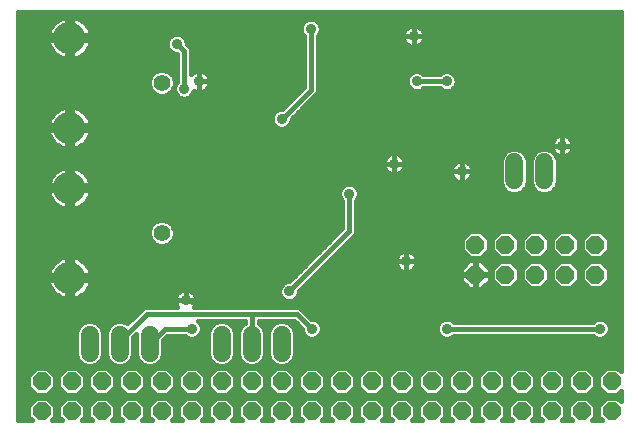
<source format=gbl>
G75*
%MOIN*%
%OFA0B0*%
%FSLAX25Y25*%
%IPPOS*%
%LPD*%
%AMOC8*
5,1,8,0,0,1.08239X$1,22.5*
%
%ADD10OC8,0.06000*%
%ADD11C,0.06000*%
%ADD12C,0.05600*%
%ADD13C,0.10650*%
%ADD14C,0.03600*%
%ADD15C,0.01600*%
D10*
X0051000Y0013500D03*
X0061000Y0013500D03*
X0071000Y0013500D03*
X0081000Y0013500D03*
X0091000Y0013500D03*
X0101000Y0013500D03*
X0111000Y0013500D03*
X0121000Y0013500D03*
X0131000Y0013500D03*
X0141000Y0013500D03*
X0151000Y0013500D03*
X0161000Y0013500D03*
X0171000Y0013500D03*
X0181000Y0013500D03*
X0191000Y0013500D03*
X0201000Y0013500D03*
X0211000Y0013500D03*
X0221000Y0013500D03*
X0231000Y0013500D03*
X0241000Y0013500D03*
X0241000Y0023500D03*
X0231000Y0023500D03*
X0221000Y0023500D03*
X0211000Y0023500D03*
X0201000Y0023500D03*
X0191000Y0023500D03*
X0181000Y0023500D03*
X0171000Y0023500D03*
X0161000Y0023500D03*
X0151000Y0023500D03*
X0141000Y0023500D03*
X0131000Y0023500D03*
X0121000Y0023500D03*
X0111000Y0023500D03*
X0101000Y0023500D03*
X0091000Y0023500D03*
X0081000Y0023500D03*
X0071000Y0023500D03*
X0061000Y0023500D03*
X0051000Y0023500D03*
X0195575Y0059071D03*
X0205575Y0059071D03*
X0215575Y0059071D03*
X0225575Y0059071D03*
X0235575Y0059071D03*
X0235575Y0069071D03*
X0225575Y0069071D03*
X0215575Y0069071D03*
X0205575Y0069071D03*
X0195575Y0069071D03*
D11*
X0208500Y0090500D02*
X0208500Y0096500D01*
X0218500Y0096500D02*
X0218500Y0090500D01*
X0131000Y0039000D02*
X0131000Y0033000D01*
X0121000Y0033000D02*
X0121000Y0039000D01*
X0111000Y0039000D02*
X0111000Y0033000D01*
X0087000Y0033000D02*
X0087000Y0039000D01*
X0077000Y0039000D02*
X0077000Y0033000D01*
X0067000Y0033000D02*
X0067000Y0039000D01*
D12*
X0091000Y0073000D03*
X0091000Y0123000D03*
D13*
X0060291Y0108039D03*
X0060291Y0087961D03*
X0060291Y0058039D03*
X0060291Y0137961D03*
D14*
X0096000Y0136000D03*
X0103500Y0123500D03*
X0098500Y0121000D03*
X0131000Y0111000D03*
X0168500Y0096000D03*
X0153500Y0086000D03*
X0172500Y0063500D03*
X0186000Y0041000D03*
X0141000Y0041000D03*
X0133500Y0053500D03*
X0101000Y0041000D03*
X0099000Y0050500D03*
X0191000Y0093500D03*
X0224500Y0102000D03*
X0186000Y0123500D03*
X0176000Y0123500D03*
X0175000Y0138500D03*
X0140750Y0141000D03*
X0237000Y0041000D03*
D15*
X0043000Y0010500D02*
X0043000Y0146500D01*
X0244000Y0146500D01*
X0244000Y0026864D01*
X0242864Y0028000D01*
X0239136Y0028000D01*
X0236500Y0025364D01*
X0236500Y0021636D01*
X0239136Y0019000D01*
X0242864Y0019000D01*
X0244000Y0020136D01*
X0244000Y0016864D01*
X0242864Y0018000D01*
X0239136Y0018000D01*
X0236500Y0015364D01*
X0236500Y0011636D01*
X0237636Y0010500D01*
X0234364Y0010500D01*
X0235500Y0011636D01*
X0235500Y0015364D01*
X0232864Y0018000D01*
X0229136Y0018000D01*
X0226500Y0015364D01*
X0226500Y0011636D01*
X0227636Y0010500D01*
X0224364Y0010500D01*
X0225500Y0011636D01*
X0225500Y0015364D01*
X0222864Y0018000D01*
X0219136Y0018000D01*
X0216500Y0015364D01*
X0216500Y0011636D01*
X0217636Y0010500D01*
X0214364Y0010500D01*
X0215500Y0011636D01*
X0215500Y0015364D01*
X0212864Y0018000D01*
X0209136Y0018000D01*
X0206500Y0015364D01*
X0206500Y0011636D01*
X0207636Y0010500D01*
X0204364Y0010500D01*
X0205500Y0011636D01*
X0205500Y0015364D01*
X0202864Y0018000D01*
X0199136Y0018000D01*
X0196500Y0015364D01*
X0196500Y0011636D01*
X0197636Y0010500D01*
X0194364Y0010500D01*
X0195500Y0011636D01*
X0195500Y0015364D01*
X0192864Y0018000D01*
X0189136Y0018000D01*
X0186500Y0015364D01*
X0186500Y0011636D01*
X0187636Y0010500D01*
X0184364Y0010500D01*
X0185500Y0011636D01*
X0185500Y0015364D01*
X0182864Y0018000D01*
X0179136Y0018000D01*
X0176500Y0015364D01*
X0176500Y0011636D01*
X0177636Y0010500D01*
X0174364Y0010500D01*
X0175500Y0011636D01*
X0175500Y0015364D01*
X0172864Y0018000D01*
X0169136Y0018000D01*
X0166500Y0015364D01*
X0166500Y0011636D01*
X0167636Y0010500D01*
X0164364Y0010500D01*
X0165500Y0011636D01*
X0165500Y0015364D01*
X0162864Y0018000D01*
X0159136Y0018000D01*
X0156500Y0015364D01*
X0156500Y0011636D01*
X0157636Y0010500D01*
X0154364Y0010500D01*
X0155500Y0011636D01*
X0155500Y0015364D01*
X0152864Y0018000D01*
X0149136Y0018000D01*
X0146500Y0015364D01*
X0146500Y0011636D01*
X0147636Y0010500D01*
X0144364Y0010500D01*
X0145500Y0011636D01*
X0145500Y0015364D01*
X0142864Y0018000D01*
X0139136Y0018000D01*
X0136500Y0015364D01*
X0136500Y0011636D01*
X0137636Y0010500D01*
X0134364Y0010500D01*
X0135500Y0011636D01*
X0135500Y0015364D01*
X0132864Y0018000D01*
X0129136Y0018000D01*
X0126500Y0015364D01*
X0126500Y0011636D01*
X0127636Y0010500D01*
X0124364Y0010500D01*
X0125500Y0011636D01*
X0125500Y0015364D01*
X0122864Y0018000D01*
X0119136Y0018000D01*
X0116500Y0015364D01*
X0116500Y0011636D01*
X0117636Y0010500D01*
X0114364Y0010500D01*
X0115500Y0011636D01*
X0115500Y0015364D01*
X0112864Y0018000D01*
X0109136Y0018000D01*
X0106500Y0015364D01*
X0106500Y0011636D01*
X0107636Y0010500D01*
X0104364Y0010500D01*
X0105500Y0011636D01*
X0105500Y0015364D01*
X0102864Y0018000D01*
X0099136Y0018000D01*
X0096500Y0015364D01*
X0096500Y0011636D01*
X0097636Y0010500D01*
X0094364Y0010500D01*
X0095500Y0011636D01*
X0095500Y0015364D01*
X0092864Y0018000D01*
X0089136Y0018000D01*
X0086500Y0015364D01*
X0086500Y0011636D01*
X0087636Y0010500D01*
X0084364Y0010500D01*
X0085500Y0011636D01*
X0085500Y0015364D01*
X0082864Y0018000D01*
X0079136Y0018000D01*
X0076500Y0015364D01*
X0076500Y0011636D01*
X0077636Y0010500D01*
X0074364Y0010500D01*
X0075500Y0011636D01*
X0075500Y0015364D01*
X0072864Y0018000D01*
X0069136Y0018000D01*
X0066500Y0015364D01*
X0066500Y0011636D01*
X0067636Y0010500D01*
X0064364Y0010500D01*
X0065500Y0011636D01*
X0065500Y0015364D01*
X0062864Y0018000D01*
X0059136Y0018000D01*
X0056500Y0015364D01*
X0056500Y0011636D01*
X0057636Y0010500D01*
X0054364Y0010500D01*
X0055500Y0011636D01*
X0055500Y0015364D01*
X0052864Y0018000D01*
X0049136Y0018000D01*
X0046500Y0015364D01*
X0046500Y0011636D01*
X0047636Y0010500D01*
X0043000Y0010500D01*
X0043000Y0010796D02*
X0047341Y0010796D01*
X0046500Y0012394D02*
X0043000Y0012394D01*
X0043000Y0013993D02*
X0046500Y0013993D01*
X0046727Y0015591D02*
X0043000Y0015591D01*
X0043000Y0017190D02*
X0048326Y0017190D01*
X0049136Y0019000D02*
X0052864Y0019000D01*
X0055500Y0021636D01*
X0055500Y0025364D01*
X0052864Y0028000D01*
X0049136Y0028000D01*
X0046500Y0025364D01*
X0046500Y0021636D01*
X0049136Y0019000D01*
X0047749Y0020387D02*
X0043000Y0020387D01*
X0043000Y0021985D02*
X0046500Y0021985D01*
X0046500Y0023584D02*
X0043000Y0023584D01*
X0043000Y0025182D02*
X0046500Y0025182D01*
X0047917Y0026781D02*
X0043000Y0026781D01*
X0043000Y0028379D02*
X0244000Y0028379D01*
X0244000Y0029978D02*
X0134342Y0029978D01*
X0134815Y0030451D02*
X0135500Y0032105D01*
X0135500Y0039895D01*
X0134815Y0041549D01*
X0133549Y0042815D01*
X0131895Y0043500D01*
X0130105Y0043500D01*
X0128451Y0042815D01*
X0127185Y0041549D01*
X0126500Y0039895D01*
X0126500Y0032105D01*
X0127185Y0030451D01*
X0128451Y0029185D01*
X0130105Y0028500D01*
X0131895Y0028500D01*
X0133549Y0029185D01*
X0134815Y0030451D01*
X0135281Y0031576D02*
X0244000Y0031576D01*
X0244000Y0033175D02*
X0135500Y0033175D01*
X0135500Y0034773D02*
X0244000Y0034773D01*
X0244000Y0036372D02*
X0135500Y0036372D01*
X0135500Y0037970D02*
X0139691Y0037970D01*
X0139131Y0038202D02*
X0140344Y0037700D01*
X0141656Y0037700D01*
X0142869Y0038202D01*
X0143798Y0039131D01*
X0144300Y0040344D01*
X0144300Y0041656D01*
X0143798Y0042869D01*
X0142869Y0043798D01*
X0141656Y0044300D01*
X0140953Y0044300D01*
X0136953Y0048300D01*
X0101860Y0048300D01*
X0102190Y0048795D01*
X0102462Y0049450D01*
X0102600Y0050145D01*
X0102600Y0050500D01*
X0102600Y0050855D01*
X0102462Y0051550D01*
X0102190Y0052205D01*
X0101796Y0052795D01*
X0101295Y0053296D01*
X0100705Y0053690D01*
X0100050Y0053962D01*
X0099355Y0054100D01*
X0099000Y0054100D01*
X0099000Y0050500D01*
X0101000Y0050000D01*
X0102341Y0049160D02*
X0244000Y0049160D01*
X0244000Y0050758D02*
X0135425Y0050758D01*
X0135369Y0050702D02*
X0136298Y0051631D01*
X0136800Y0052844D01*
X0136800Y0053547D01*
X0154453Y0071200D01*
X0155800Y0072547D01*
X0155800Y0083633D01*
X0156298Y0084131D01*
X0156800Y0085344D01*
X0156800Y0086656D01*
X0156298Y0087869D01*
X0155369Y0088798D01*
X0154156Y0089300D01*
X0152844Y0089300D01*
X0151631Y0088798D01*
X0150702Y0087869D01*
X0150200Y0086656D01*
X0150200Y0085344D01*
X0150702Y0084131D01*
X0151200Y0083633D01*
X0151200Y0074453D01*
X0133547Y0056800D01*
X0132844Y0056800D01*
X0131631Y0056298D01*
X0130702Y0055369D01*
X0130200Y0054156D01*
X0130200Y0052844D01*
X0130702Y0051631D01*
X0131631Y0050702D01*
X0132844Y0050200D01*
X0134156Y0050200D01*
X0135369Y0050702D01*
X0136598Y0052357D02*
X0244000Y0052357D01*
X0244000Y0053955D02*
X0137208Y0053955D01*
X0138807Y0055554D02*
X0192304Y0055554D01*
X0193587Y0054271D02*
X0190775Y0057083D01*
X0190775Y0058871D01*
X0195375Y0058871D01*
X0195375Y0059271D01*
X0195375Y0063871D01*
X0193587Y0063871D01*
X0190775Y0061059D01*
X0190775Y0059271D01*
X0195375Y0059271D01*
X0195775Y0059271D01*
X0195775Y0063871D01*
X0197563Y0063871D01*
X0200375Y0061059D01*
X0200375Y0059271D01*
X0195775Y0059271D01*
X0195775Y0058871D01*
X0200375Y0058871D01*
X0200375Y0057083D01*
X0197563Y0054271D01*
X0195775Y0054271D01*
X0195775Y0058871D01*
X0195375Y0058871D01*
X0195375Y0054271D01*
X0193587Y0054271D01*
X0195375Y0055554D02*
X0195775Y0055554D01*
X0195775Y0057152D02*
X0195375Y0057152D01*
X0195375Y0058751D02*
X0195775Y0058751D01*
X0195775Y0060349D02*
X0195375Y0060349D01*
X0195375Y0061948D02*
X0195775Y0061948D01*
X0195775Y0063546D02*
X0195375Y0063546D01*
X0193711Y0064571D02*
X0197439Y0064571D01*
X0200075Y0067207D01*
X0200075Y0070935D01*
X0197439Y0073571D01*
X0193711Y0073571D01*
X0191075Y0070935D01*
X0191075Y0067207D01*
X0193711Y0064571D01*
X0193137Y0065145D02*
X0175715Y0065145D01*
X0175690Y0065205D02*
X0175296Y0065795D01*
X0174795Y0066296D01*
X0174205Y0066690D01*
X0173550Y0066962D01*
X0172855Y0067100D01*
X0172500Y0067100D01*
X0172500Y0063500D01*
X0172000Y0063000D01*
X0172500Y0063500D02*
X0172500Y0063500D01*
X0176100Y0063500D01*
X0176100Y0063855D01*
X0175962Y0064550D01*
X0175690Y0065205D01*
X0176100Y0063546D02*
X0193262Y0063546D01*
X0191664Y0061948D02*
X0175754Y0061948D01*
X0175690Y0061795D02*
X0175962Y0062450D01*
X0176100Y0063145D01*
X0176100Y0063500D01*
X0172500Y0063500D01*
X0172500Y0063500D01*
X0172500Y0063500D01*
X0172500Y0059900D01*
X0172855Y0059900D01*
X0173550Y0060038D01*
X0174205Y0060310D01*
X0174795Y0060704D01*
X0175296Y0061205D01*
X0175690Y0061795D01*
X0174265Y0060349D02*
X0190775Y0060349D01*
X0190775Y0058751D02*
X0142004Y0058751D01*
X0143602Y0060349D02*
X0170735Y0060349D01*
X0170795Y0060310D02*
X0171450Y0060038D01*
X0172145Y0059900D01*
X0172500Y0059900D01*
X0172500Y0063500D01*
X0172500Y0063500D01*
X0168900Y0063500D01*
X0168900Y0063855D01*
X0169038Y0064550D01*
X0169310Y0065205D01*
X0169704Y0065795D01*
X0170205Y0066296D01*
X0170795Y0066690D01*
X0171450Y0066962D01*
X0172145Y0067100D01*
X0172500Y0067100D01*
X0172500Y0063500D01*
X0168900Y0063500D01*
X0168900Y0063145D01*
X0169038Y0062450D01*
X0169310Y0061795D01*
X0169704Y0061205D01*
X0170205Y0060704D01*
X0170795Y0060310D01*
X0172500Y0060349D02*
X0172500Y0060349D01*
X0172500Y0061948D02*
X0172500Y0061948D01*
X0172500Y0063546D02*
X0172500Y0063546D01*
X0172500Y0065145D02*
X0172500Y0065145D01*
X0172500Y0066743D02*
X0172500Y0066743D01*
X0170923Y0066743D02*
X0149996Y0066743D01*
X0148398Y0065145D02*
X0169285Y0065145D01*
X0168900Y0063546D02*
X0146799Y0063546D01*
X0145201Y0061948D02*
X0169246Y0061948D01*
X0174077Y0066743D02*
X0191538Y0066743D01*
X0191075Y0068342D02*
X0151595Y0068342D01*
X0153193Y0069940D02*
X0191075Y0069940D01*
X0191679Y0071539D02*
X0154792Y0071539D01*
X0155800Y0073137D02*
X0193278Y0073137D01*
X0197872Y0073137D02*
X0203278Y0073137D01*
X0203711Y0073571D02*
X0201075Y0070935D01*
X0201075Y0067207D01*
X0203711Y0064571D01*
X0207439Y0064571D01*
X0210075Y0067207D01*
X0210075Y0070935D01*
X0207439Y0073571D01*
X0203711Y0073571D01*
X0201679Y0071539D02*
X0199471Y0071539D01*
X0200075Y0069940D02*
X0201075Y0069940D01*
X0201075Y0068342D02*
X0200075Y0068342D01*
X0199612Y0066743D02*
X0201538Y0066743D01*
X0203137Y0065145D02*
X0198013Y0065145D01*
X0197888Y0063546D02*
X0203687Y0063546D01*
X0203711Y0063571D02*
X0201075Y0060935D01*
X0201075Y0057207D01*
X0203711Y0054571D01*
X0207439Y0054571D01*
X0210075Y0057207D01*
X0210075Y0060935D01*
X0207439Y0063571D01*
X0203711Y0063571D01*
X0202088Y0061948D02*
X0199486Y0061948D01*
X0200375Y0060349D02*
X0201075Y0060349D01*
X0201075Y0058751D02*
X0200375Y0058751D01*
X0200375Y0057152D02*
X0201130Y0057152D01*
X0202728Y0055554D02*
X0198846Y0055554D01*
X0190775Y0057152D02*
X0140405Y0057152D01*
X0137097Y0060349D02*
X0067047Y0060349D01*
X0067053Y0060335D02*
X0066695Y0061197D01*
X0066228Y0062006D01*
X0065660Y0062747D01*
X0064999Y0063408D01*
X0064258Y0063976D01*
X0063449Y0064443D01*
X0062587Y0064801D01*
X0061684Y0065042D01*
X0061091Y0065121D01*
X0061091Y0058839D01*
X0059491Y0058839D01*
X0059491Y0057239D01*
X0053210Y0057239D01*
X0053288Y0056646D01*
X0053530Y0055744D01*
X0053887Y0054881D01*
X0054354Y0054072D01*
X0054923Y0053331D01*
X0055583Y0052671D01*
X0056324Y0052102D01*
X0057133Y0051635D01*
X0057996Y0051278D01*
X0058898Y0051036D01*
X0059491Y0050958D01*
X0059491Y0057239D01*
X0061091Y0057239D01*
X0061091Y0050958D01*
X0061684Y0051036D01*
X0062587Y0051278D01*
X0063449Y0051635D01*
X0064258Y0052102D01*
X0064999Y0052671D01*
X0065660Y0053331D01*
X0066228Y0054072D01*
X0066695Y0054881D01*
X0067053Y0055744D01*
X0067294Y0056646D01*
X0067372Y0057239D01*
X0061091Y0057239D01*
X0061091Y0058839D01*
X0067372Y0058839D01*
X0067294Y0059432D01*
X0067053Y0060335D01*
X0066262Y0061948D02*
X0138695Y0061948D01*
X0140294Y0063546D02*
X0064819Y0063546D01*
X0061091Y0063546D02*
X0059491Y0063546D01*
X0059491Y0065121D02*
X0058898Y0065042D01*
X0057996Y0064801D01*
X0057133Y0064443D01*
X0056324Y0063976D01*
X0055583Y0063408D01*
X0054923Y0062747D01*
X0054354Y0062006D01*
X0053887Y0061197D01*
X0053530Y0060335D01*
X0053288Y0059432D01*
X0053210Y0058839D01*
X0059491Y0058839D01*
X0059491Y0065121D01*
X0059491Y0061948D02*
X0061091Y0061948D01*
X0061091Y0060349D02*
X0059491Y0060349D01*
X0059491Y0058751D02*
X0043000Y0058751D01*
X0043000Y0060349D02*
X0053536Y0060349D01*
X0054321Y0061948D02*
X0043000Y0061948D01*
X0043000Y0063546D02*
X0055764Y0063546D01*
X0061091Y0058751D02*
X0135498Y0058751D01*
X0133900Y0057152D02*
X0067361Y0057152D01*
X0066974Y0055554D02*
X0130887Y0055554D01*
X0130200Y0053955D02*
X0100065Y0053955D01*
X0099000Y0053955D02*
X0099000Y0053955D01*
X0099000Y0054100D02*
X0098645Y0054100D01*
X0097950Y0053962D01*
X0097295Y0053690D01*
X0096705Y0053296D01*
X0096204Y0052795D01*
X0095810Y0052205D01*
X0095538Y0051550D01*
X0095400Y0050855D01*
X0095400Y0050500D01*
X0099000Y0050500D01*
X0099000Y0050500D01*
X0102600Y0050500D01*
X0099000Y0050500D01*
X0099000Y0050500D01*
X0099000Y0050500D01*
X0099000Y0054100D01*
X0097935Y0053955D02*
X0066138Y0053955D01*
X0064590Y0052357D02*
X0095911Y0052357D01*
X0095400Y0050758D02*
X0043000Y0050758D01*
X0043000Y0049160D02*
X0095659Y0049160D01*
X0095538Y0049450D02*
X0095810Y0048795D01*
X0096140Y0048300D01*
X0085047Y0048300D01*
X0083700Y0046953D01*
X0083700Y0046953D01*
X0079556Y0042808D01*
X0079549Y0042815D01*
X0077895Y0043500D01*
X0076105Y0043500D01*
X0074451Y0042815D01*
X0073185Y0041549D01*
X0072500Y0039895D01*
X0072500Y0032105D01*
X0073185Y0030451D01*
X0074451Y0029185D01*
X0076105Y0028500D01*
X0077895Y0028500D01*
X0079549Y0029185D01*
X0080815Y0030451D01*
X0081500Y0032105D01*
X0081500Y0038247D01*
X0082500Y0039247D01*
X0082500Y0032105D01*
X0083185Y0030451D01*
X0084451Y0029185D01*
X0086105Y0028500D01*
X0087895Y0028500D01*
X0089549Y0029185D01*
X0090815Y0030451D01*
X0091500Y0032105D01*
X0091500Y0037247D01*
X0092953Y0038700D01*
X0098633Y0038700D01*
X0099131Y0038202D01*
X0100344Y0037700D01*
X0101656Y0037700D01*
X0102869Y0038202D01*
X0103798Y0039131D01*
X0104300Y0040344D01*
X0104300Y0041656D01*
X0103798Y0042869D01*
X0102967Y0043700D01*
X0118700Y0043700D01*
X0118700Y0042918D01*
X0118451Y0042815D01*
X0117185Y0041549D01*
X0116500Y0039895D01*
X0116500Y0032105D01*
X0117185Y0030451D01*
X0118451Y0029185D01*
X0120105Y0028500D01*
X0121895Y0028500D01*
X0123549Y0029185D01*
X0124815Y0030451D01*
X0125500Y0032105D01*
X0125500Y0039895D01*
X0124815Y0041549D01*
X0123549Y0042815D01*
X0123300Y0042918D01*
X0123300Y0043700D01*
X0135047Y0043700D01*
X0137700Y0041047D01*
X0137700Y0040344D01*
X0138202Y0039131D01*
X0139131Y0038202D01*
X0138021Y0039569D02*
X0135500Y0039569D01*
X0134973Y0041167D02*
X0137580Y0041167D01*
X0135982Y0042766D02*
X0133598Y0042766D01*
X0136000Y0046000D02*
X0141000Y0041000D01*
X0144300Y0041167D02*
X0182700Y0041167D01*
X0182700Y0041656D02*
X0182700Y0040344D01*
X0183202Y0039131D01*
X0184131Y0038202D01*
X0185344Y0037700D01*
X0186656Y0037700D01*
X0187869Y0038202D01*
X0188367Y0038700D01*
X0234633Y0038700D01*
X0235131Y0038202D01*
X0236344Y0037700D01*
X0237656Y0037700D01*
X0238869Y0038202D01*
X0239798Y0039131D01*
X0240300Y0040344D01*
X0240300Y0041656D01*
X0239798Y0042869D01*
X0238869Y0043798D01*
X0237656Y0044300D01*
X0236344Y0044300D01*
X0235131Y0043798D01*
X0234633Y0043300D01*
X0188367Y0043300D01*
X0187869Y0043798D01*
X0186656Y0044300D01*
X0185344Y0044300D01*
X0184131Y0043798D01*
X0183202Y0042869D01*
X0182700Y0041656D01*
X0183160Y0042766D02*
X0143840Y0042766D01*
X0140888Y0044364D02*
X0244000Y0044364D01*
X0244000Y0042766D02*
X0239840Y0042766D01*
X0240300Y0041167D02*
X0244000Y0041167D01*
X0244000Y0039569D02*
X0239979Y0039569D01*
X0238309Y0037970D02*
X0244000Y0037970D01*
X0237000Y0041000D02*
X0186000Y0041000D01*
X0183021Y0039569D02*
X0143979Y0039569D01*
X0142309Y0037970D02*
X0184691Y0037970D01*
X0187309Y0037970D02*
X0235691Y0037970D01*
X0244000Y0045963D02*
X0139290Y0045963D01*
X0137691Y0047561D02*
X0244000Y0047561D01*
X0237439Y0054571D02*
X0233711Y0054571D01*
X0231075Y0057207D01*
X0231075Y0060935D01*
X0233711Y0063571D01*
X0237439Y0063571D01*
X0240075Y0060935D01*
X0240075Y0057207D01*
X0237439Y0054571D01*
X0238422Y0055554D02*
X0244000Y0055554D01*
X0244000Y0057152D02*
X0240020Y0057152D01*
X0240075Y0058751D02*
X0244000Y0058751D01*
X0244000Y0060349D02*
X0240075Y0060349D01*
X0239062Y0061948D02*
X0244000Y0061948D01*
X0244000Y0063546D02*
X0237463Y0063546D01*
X0237439Y0064571D02*
X0240075Y0067207D01*
X0240075Y0070935D01*
X0237439Y0073571D01*
X0233711Y0073571D01*
X0231075Y0070935D01*
X0231075Y0067207D01*
X0233711Y0064571D01*
X0237439Y0064571D01*
X0238013Y0065145D02*
X0244000Y0065145D01*
X0244000Y0066743D02*
X0239612Y0066743D01*
X0240075Y0068342D02*
X0244000Y0068342D01*
X0244000Y0069940D02*
X0240075Y0069940D01*
X0239471Y0071539D02*
X0244000Y0071539D01*
X0244000Y0073137D02*
X0237872Y0073137D01*
X0233278Y0073137D02*
X0227872Y0073137D01*
X0227439Y0073571D02*
X0223711Y0073571D01*
X0221075Y0070935D01*
X0221075Y0067207D01*
X0223711Y0064571D01*
X0227439Y0064571D01*
X0230075Y0067207D01*
X0230075Y0070935D01*
X0227439Y0073571D01*
X0229471Y0071539D02*
X0231679Y0071539D01*
X0231075Y0069940D02*
X0230075Y0069940D01*
X0230075Y0068342D02*
X0231075Y0068342D01*
X0231538Y0066743D02*
X0229612Y0066743D01*
X0228013Y0065145D02*
X0233137Y0065145D01*
X0233687Y0063546D02*
X0227463Y0063546D01*
X0227439Y0063571D02*
X0223711Y0063571D01*
X0221075Y0060935D01*
X0221075Y0057207D01*
X0223711Y0054571D01*
X0227439Y0054571D01*
X0230075Y0057207D01*
X0230075Y0060935D01*
X0227439Y0063571D01*
X0229062Y0061948D02*
X0232088Y0061948D01*
X0231075Y0060349D02*
X0230075Y0060349D01*
X0230075Y0058751D02*
X0231075Y0058751D01*
X0231130Y0057152D02*
X0230020Y0057152D01*
X0228422Y0055554D02*
X0232728Y0055554D01*
X0222728Y0055554D02*
X0218422Y0055554D01*
X0217439Y0054571D02*
X0220075Y0057207D01*
X0220075Y0060935D01*
X0217439Y0063571D01*
X0213711Y0063571D01*
X0211075Y0060935D01*
X0211075Y0057207D01*
X0213711Y0054571D01*
X0217439Y0054571D01*
X0220020Y0057152D02*
X0221130Y0057152D01*
X0221075Y0058751D02*
X0220075Y0058751D01*
X0220075Y0060349D02*
X0221075Y0060349D01*
X0222088Y0061948D02*
X0219062Y0061948D01*
X0217463Y0063546D02*
X0223687Y0063546D01*
X0223137Y0065145D02*
X0218013Y0065145D01*
X0217439Y0064571D02*
X0220075Y0067207D01*
X0220075Y0070935D01*
X0217439Y0073571D01*
X0213711Y0073571D01*
X0211075Y0070935D01*
X0211075Y0067207D01*
X0213711Y0064571D01*
X0217439Y0064571D01*
X0219612Y0066743D02*
X0221538Y0066743D01*
X0221075Y0068342D02*
X0220075Y0068342D01*
X0220075Y0069940D02*
X0221075Y0069940D01*
X0221679Y0071539D02*
X0219471Y0071539D01*
X0217872Y0073137D02*
X0223278Y0073137D01*
X0213278Y0073137D02*
X0207872Y0073137D01*
X0209471Y0071539D02*
X0211679Y0071539D01*
X0211075Y0069940D02*
X0210075Y0069940D01*
X0210075Y0068342D02*
X0211075Y0068342D01*
X0211538Y0066743D02*
X0209612Y0066743D01*
X0208013Y0065145D02*
X0213137Y0065145D01*
X0213687Y0063546D02*
X0207463Y0063546D01*
X0209062Y0061948D02*
X0212088Y0061948D01*
X0211075Y0060349D02*
X0210075Y0060349D01*
X0210075Y0058751D02*
X0211075Y0058751D01*
X0211130Y0057152D02*
X0210020Y0057152D01*
X0208422Y0055554D02*
X0212728Y0055554D01*
X0244000Y0074736D02*
X0155800Y0074736D01*
X0155800Y0076334D02*
X0244000Y0076334D01*
X0244000Y0077933D02*
X0155800Y0077933D01*
X0155800Y0079532D02*
X0244000Y0079532D01*
X0244000Y0081130D02*
X0155800Y0081130D01*
X0155800Y0082729D02*
X0244000Y0082729D01*
X0244000Y0084327D02*
X0156379Y0084327D01*
X0156800Y0085926D02*
X0244000Y0085926D01*
X0244000Y0087524D02*
X0221888Y0087524D01*
X0222315Y0087951D02*
X0223000Y0089605D01*
X0223000Y0097395D01*
X0222315Y0099049D01*
X0221049Y0100315D01*
X0219395Y0101000D01*
X0217605Y0101000D01*
X0215951Y0100315D01*
X0214685Y0099049D01*
X0214000Y0097395D01*
X0214000Y0089605D01*
X0214685Y0087951D01*
X0215951Y0086685D01*
X0217605Y0086000D01*
X0219395Y0086000D01*
X0221049Y0086685D01*
X0222315Y0087951D01*
X0222800Y0089123D02*
X0244000Y0089123D01*
X0244000Y0090721D02*
X0223000Y0090721D01*
X0223000Y0092320D02*
X0244000Y0092320D01*
X0244000Y0093918D02*
X0223000Y0093918D01*
X0223000Y0095517D02*
X0244000Y0095517D01*
X0244000Y0097115D02*
X0223000Y0097115D01*
X0223450Y0098538D02*
X0224145Y0098400D01*
X0224500Y0098400D01*
X0224855Y0098400D01*
X0225550Y0098538D01*
X0226205Y0098810D01*
X0226795Y0099204D01*
X0227296Y0099705D01*
X0227690Y0100295D01*
X0227962Y0100950D01*
X0228100Y0101645D01*
X0228100Y0102000D01*
X0228100Y0102355D01*
X0227962Y0103050D01*
X0227690Y0103705D01*
X0227296Y0104295D01*
X0226795Y0104796D01*
X0226205Y0105190D01*
X0225550Y0105462D01*
X0224855Y0105600D01*
X0224500Y0105600D01*
X0224500Y0102000D01*
X0228100Y0102000D01*
X0224500Y0102000D01*
X0224500Y0102000D01*
X0224500Y0102000D01*
X0224500Y0098400D01*
X0224500Y0102000D01*
X0224500Y0102000D01*
X0224500Y0102000D01*
X0220900Y0102000D01*
X0220900Y0102355D01*
X0221038Y0103050D01*
X0221310Y0103705D01*
X0221704Y0104295D01*
X0222205Y0104796D01*
X0222795Y0105190D01*
X0223450Y0105462D01*
X0224145Y0105600D01*
X0224500Y0105600D01*
X0224500Y0102000D01*
X0220900Y0102000D01*
X0220900Y0101645D01*
X0221038Y0100950D01*
X0221310Y0100295D01*
X0221704Y0099705D01*
X0222205Y0099204D01*
X0222795Y0098810D01*
X0223450Y0098538D01*
X0223027Y0098714D02*
X0222454Y0098714D01*
X0221302Y0100312D02*
X0221052Y0100312D01*
X0220900Y0101911D02*
X0063926Y0101911D01*
X0064258Y0102102D02*
X0063449Y0101635D01*
X0062587Y0101278D01*
X0061684Y0101036D01*
X0061091Y0100958D01*
X0061091Y0107239D01*
X0059491Y0107239D01*
X0053210Y0107239D01*
X0053288Y0106646D01*
X0053530Y0105744D01*
X0053887Y0104881D01*
X0054354Y0104072D01*
X0054923Y0103331D01*
X0055583Y0102671D01*
X0056324Y0102102D01*
X0057133Y0101635D01*
X0057996Y0101278D01*
X0058898Y0101036D01*
X0059491Y0100958D01*
X0059491Y0107239D01*
X0059491Y0108839D01*
X0053210Y0108839D01*
X0053288Y0109432D01*
X0053530Y0110335D01*
X0053887Y0111197D01*
X0054354Y0112006D01*
X0054923Y0112747D01*
X0055583Y0113408D01*
X0056324Y0113976D01*
X0057133Y0114443D01*
X0057996Y0114801D01*
X0058898Y0115042D01*
X0059491Y0115121D01*
X0059491Y0108839D01*
X0061091Y0108839D01*
X0061091Y0115121D01*
X0061684Y0115042D01*
X0062587Y0114801D01*
X0063449Y0114443D01*
X0064258Y0113976D01*
X0064999Y0113408D01*
X0065660Y0112747D01*
X0066228Y0112006D01*
X0066695Y0111197D01*
X0067053Y0110335D01*
X0067294Y0109432D01*
X0067372Y0108839D01*
X0061091Y0108839D01*
X0061091Y0107239D01*
X0067372Y0107239D01*
X0067294Y0106646D01*
X0067053Y0105744D01*
X0066695Y0104881D01*
X0066228Y0104072D01*
X0065660Y0103331D01*
X0064999Y0102671D01*
X0064258Y0102102D01*
X0065796Y0103509D02*
X0221229Y0103509D01*
X0222671Y0105108D02*
X0066789Y0105108D01*
X0067302Y0106706D02*
X0244000Y0106706D01*
X0244000Y0105108D02*
X0226329Y0105108D01*
X0224500Y0105108D02*
X0224500Y0105108D01*
X0224500Y0103509D02*
X0224500Y0103509D01*
X0227771Y0103509D02*
X0244000Y0103509D01*
X0244000Y0101911D02*
X0228100Y0101911D01*
X0227697Y0100312D02*
X0244000Y0100312D01*
X0244000Y0098714D02*
X0225973Y0098714D01*
X0224500Y0098714D02*
X0224500Y0098714D01*
X0224500Y0100312D02*
X0224500Y0100312D01*
X0224500Y0101911D02*
X0224500Y0101911D01*
X0215948Y0100312D02*
X0211052Y0100312D01*
X0211049Y0100315D02*
X0209395Y0101000D01*
X0207605Y0101000D01*
X0205951Y0100315D01*
X0204685Y0099049D01*
X0204000Y0097395D01*
X0204000Y0089605D01*
X0204685Y0087951D01*
X0205951Y0086685D01*
X0207605Y0086000D01*
X0209395Y0086000D01*
X0211049Y0086685D01*
X0212315Y0087951D01*
X0213000Y0089605D01*
X0213000Y0097395D01*
X0212315Y0099049D01*
X0211049Y0100315D01*
X0212454Y0098714D02*
X0214546Y0098714D01*
X0214000Y0097115D02*
X0213000Y0097115D01*
X0213000Y0095517D02*
X0214000Y0095517D01*
X0214000Y0093918D02*
X0213000Y0093918D01*
X0213000Y0092320D02*
X0214000Y0092320D01*
X0214000Y0090721D02*
X0213000Y0090721D01*
X0212800Y0089123D02*
X0214200Y0089123D01*
X0215112Y0087524D02*
X0211888Y0087524D01*
X0205112Y0087524D02*
X0156441Y0087524D01*
X0154585Y0089123D02*
X0204200Y0089123D01*
X0204000Y0090721D02*
X0193312Y0090721D01*
X0193295Y0090704D02*
X0193796Y0091205D01*
X0194190Y0091795D01*
X0194462Y0092450D01*
X0194600Y0093145D01*
X0194600Y0093500D01*
X0194600Y0093855D01*
X0194462Y0094550D01*
X0194190Y0095205D01*
X0193796Y0095795D01*
X0193295Y0096296D01*
X0192705Y0096690D01*
X0192050Y0096962D01*
X0191355Y0097100D01*
X0191000Y0097100D01*
X0191000Y0093500D01*
X0194600Y0093500D01*
X0191000Y0093500D01*
X0191000Y0093500D01*
X0191000Y0093500D01*
X0191000Y0089900D01*
X0191355Y0089900D01*
X0192050Y0090038D01*
X0192705Y0090310D01*
X0193295Y0090704D01*
X0194408Y0092320D02*
X0204000Y0092320D01*
X0204000Y0093918D02*
X0194587Y0093918D01*
X0193982Y0095517D02*
X0204000Y0095517D01*
X0204000Y0097115D02*
X0171935Y0097115D01*
X0171962Y0097050D02*
X0171690Y0097705D01*
X0171296Y0098295D01*
X0170795Y0098796D01*
X0170205Y0099190D01*
X0169550Y0099462D01*
X0168855Y0099600D01*
X0168500Y0099600D01*
X0168500Y0096000D01*
X0172100Y0096000D01*
X0172100Y0096355D01*
X0171962Y0097050D01*
X0172100Y0096000D02*
X0168500Y0096000D01*
X0168500Y0096000D01*
X0168500Y0096000D01*
X0168500Y0092400D01*
X0168855Y0092400D01*
X0169550Y0092538D01*
X0170205Y0092810D01*
X0170795Y0093204D01*
X0171296Y0093705D01*
X0171690Y0094295D01*
X0171962Y0094950D01*
X0172100Y0095645D01*
X0172100Y0096000D01*
X0172074Y0095517D02*
X0188018Y0095517D01*
X0188204Y0095795D02*
X0187810Y0095205D01*
X0187538Y0094550D01*
X0187400Y0093855D01*
X0187400Y0093500D01*
X0191000Y0093500D01*
X0191000Y0093500D01*
X0191000Y0093500D01*
X0191000Y0097100D01*
X0190645Y0097100D01*
X0189950Y0096962D01*
X0189295Y0096690D01*
X0188705Y0096296D01*
X0188204Y0095795D01*
X0191000Y0095517D02*
X0191000Y0095517D01*
X0191000Y0093918D02*
X0191000Y0093918D01*
X0191000Y0093500D02*
X0187400Y0093500D01*
X0187400Y0093145D01*
X0187538Y0092450D01*
X0187810Y0091795D01*
X0188204Y0091205D01*
X0188705Y0090704D01*
X0189295Y0090310D01*
X0189950Y0090038D01*
X0190645Y0089900D01*
X0191000Y0089900D01*
X0191000Y0093500D01*
X0191000Y0092320D02*
X0191000Y0092320D01*
X0191000Y0090721D02*
X0191000Y0090721D01*
X0188688Y0090721D02*
X0066860Y0090721D01*
X0066695Y0091119D02*
X0066228Y0091928D01*
X0065660Y0092669D01*
X0064999Y0093329D01*
X0064258Y0093898D01*
X0063449Y0094365D01*
X0062587Y0094722D01*
X0061684Y0094964D01*
X0061091Y0095042D01*
X0061091Y0088761D01*
X0059491Y0088761D01*
X0059491Y0095042D01*
X0058898Y0094964D01*
X0057996Y0094722D01*
X0057133Y0094365D01*
X0056324Y0093898D01*
X0055583Y0093329D01*
X0054923Y0092669D01*
X0054354Y0091928D01*
X0053887Y0091119D01*
X0053530Y0090256D01*
X0053288Y0089354D01*
X0053210Y0088761D01*
X0059491Y0088761D01*
X0059491Y0087161D01*
X0053210Y0087161D01*
X0053288Y0086568D01*
X0053530Y0085665D01*
X0053887Y0084803D01*
X0054354Y0083994D01*
X0054923Y0083253D01*
X0055583Y0082592D01*
X0056324Y0082024D01*
X0057133Y0081557D01*
X0057996Y0081199D01*
X0058898Y0080958D01*
X0059491Y0080879D01*
X0059491Y0087161D01*
X0061091Y0087161D01*
X0061091Y0088761D01*
X0067372Y0088761D01*
X0067294Y0089354D01*
X0067053Y0090256D01*
X0066695Y0091119D01*
X0065927Y0092320D02*
X0187592Y0092320D01*
X0187413Y0093918D02*
X0171439Y0093918D01*
X0168500Y0093918D02*
X0168500Y0093918D01*
X0168500Y0092400D02*
X0168500Y0096000D01*
X0168500Y0096000D01*
X0168500Y0096000D01*
X0164900Y0096000D01*
X0164900Y0096355D01*
X0165038Y0097050D01*
X0165310Y0097705D01*
X0165704Y0098295D01*
X0166205Y0098796D01*
X0166795Y0099190D01*
X0167450Y0099462D01*
X0168145Y0099600D01*
X0168500Y0099600D01*
X0168500Y0096000D01*
X0164900Y0096000D01*
X0164900Y0095645D01*
X0165038Y0094950D01*
X0165310Y0094295D01*
X0165704Y0093705D01*
X0166205Y0093204D01*
X0166795Y0092810D01*
X0167450Y0092538D01*
X0168145Y0092400D01*
X0168500Y0092400D01*
X0165561Y0093918D02*
X0064223Y0093918D01*
X0061091Y0093918D02*
X0059491Y0093918D01*
X0059491Y0092320D02*
X0061091Y0092320D01*
X0061091Y0090721D02*
X0059491Y0090721D01*
X0059491Y0089123D02*
X0061091Y0089123D01*
X0061091Y0087524D02*
X0150559Y0087524D01*
X0150200Y0085926D02*
X0067122Y0085926D01*
X0067053Y0085665D02*
X0067294Y0086568D01*
X0067372Y0087161D01*
X0061091Y0087161D01*
X0061091Y0080879D01*
X0061684Y0080958D01*
X0062587Y0081199D01*
X0063449Y0081557D01*
X0064258Y0082024D01*
X0064999Y0082592D01*
X0065660Y0083253D01*
X0066228Y0083994D01*
X0066695Y0084803D01*
X0067053Y0085665D01*
X0066421Y0084327D02*
X0150621Y0084327D01*
X0151200Y0082729D02*
X0065136Y0082729D01*
X0062328Y0081130D02*
X0151200Y0081130D01*
X0151200Y0079532D02*
X0043000Y0079532D01*
X0043000Y0081130D02*
X0058255Y0081130D01*
X0059491Y0081130D02*
X0061091Y0081130D01*
X0061091Y0082729D02*
X0059491Y0082729D01*
X0059491Y0084327D02*
X0061091Y0084327D01*
X0061091Y0085926D02*
X0059491Y0085926D01*
X0059491Y0087524D02*
X0043000Y0087524D01*
X0043000Y0085926D02*
X0053460Y0085926D01*
X0054162Y0084327D02*
X0043000Y0084327D01*
X0043000Y0082729D02*
X0055447Y0082729D01*
X0053258Y0089123D02*
X0043000Y0089123D01*
X0043000Y0090721D02*
X0053723Y0090721D01*
X0054655Y0092320D02*
X0043000Y0092320D01*
X0043000Y0093918D02*
X0056360Y0093918D01*
X0056657Y0101911D02*
X0043000Y0101911D01*
X0043000Y0100312D02*
X0205948Y0100312D01*
X0204546Y0098714D02*
X0170877Y0098714D01*
X0168500Y0098714D02*
X0168500Y0098714D01*
X0168500Y0097115D02*
X0168500Y0097115D01*
X0168500Y0095517D02*
X0168500Y0095517D01*
X0165065Y0097115D02*
X0043000Y0097115D01*
X0043000Y0095517D02*
X0164926Y0095517D01*
X0166122Y0098714D02*
X0043000Y0098714D01*
X0043000Y0103509D02*
X0054787Y0103509D01*
X0053794Y0105108D02*
X0043000Y0105108D01*
X0043000Y0106706D02*
X0053280Y0106706D01*
X0053414Y0109903D02*
X0043000Y0109903D01*
X0043000Y0108305D02*
X0059491Y0108305D01*
X0059491Y0109903D02*
X0061091Y0109903D01*
X0061091Y0108305D02*
X0129028Y0108305D01*
X0129131Y0108202D02*
X0130344Y0107700D01*
X0131656Y0107700D01*
X0132869Y0108202D01*
X0133798Y0109131D01*
X0134300Y0110344D01*
X0134300Y0111047D01*
X0141703Y0118450D01*
X0143050Y0119797D01*
X0143050Y0138633D01*
X0143548Y0139131D01*
X0144050Y0140344D01*
X0144050Y0141656D01*
X0143548Y0142869D01*
X0142619Y0143798D01*
X0141406Y0144300D01*
X0140094Y0144300D01*
X0138881Y0143798D01*
X0137952Y0142869D01*
X0137450Y0141656D01*
X0137450Y0140344D01*
X0137952Y0139131D01*
X0138450Y0138633D01*
X0138450Y0121703D01*
X0131047Y0114300D01*
X0130344Y0114300D01*
X0129131Y0113798D01*
X0128202Y0112869D01*
X0127700Y0111656D01*
X0127700Y0110344D01*
X0128202Y0109131D01*
X0129131Y0108202D01*
X0127882Y0109903D02*
X0067168Y0109903D01*
X0066520Y0111502D02*
X0127700Y0111502D01*
X0128433Y0113100D02*
X0065307Y0113100D01*
X0062833Y0114699D02*
X0131446Y0114699D01*
X0133045Y0116297D02*
X0043000Y0116297D01*
X0043000Y0114699D02*
X0057750Y0114699D01*
X0059491Y0114699D02*
X0061091Y0114699D01*
X0061091Y0113100D02*
X0059491Y0113100D01*
X0059491Y0111502D02*
X0061091Y0111502D01*
X0055276Y0113100D02*
X0043000Y0113100D01*
X0043000Y0111502D02*
X0054063Y0111502D01*
X0059491Y0106706D02*
X0061091Y0106706D01*
X0061091Y0105108D02*
X0059491Y0105108D01*
X0059491Y0103509D02*
X0061091Y0103509D01*
X0061091Y0101911D02*
X0059491Y0101911D01*
X0067325Y0089123D02*
X0152415Y0089123D01*
X0153500Y0086000D02*
X0153500Y0073500D01*
X0133500Y0053500D01*
X0130402Y0052357D02*
X0102089Y0052357D01*
X0102600Y0050758D02*
X0131575Y0050758D01*
X0136000Y0046000D02*
X0121000Y0046000D01*
X0121000Y0036000D01*
X0116500Y0036372D02*
X0115500Y0036372D01*
X0115500Y0037970D02*
X0116500Y0037970D01*
X0116500Y0039569D02*
X0115500Y0039569D01*
X0115500Y0039895D02*
X0114815Y0041549D01*
X0113549Y0042815D01*
X0111895Y0043500D01*
X0110105Y0043500D01*
X0108451Y0042815D01*
X0107185Y0041549D01*
X0106500Y0039895D01*
X0106500Y0032105D01*
X0107185Y0030451D01*
X0108451Y0029185D01*
X0110105Y0028500D01*
X0111895Y0028500D01*
X0113549Y0029185D01*
X0114815Y0030451D01*
X0115500Y0032105D01*
X0115500Y0039895D01*
X0114973Y0041167D02*
X0117027Y0041167D01*
X0118402Y0042766D02*
X0113598Y0042766D01*
X0108402Y0042766D02*
X0103840Y0042766D01*
X0104300Y0041167D02*
X0107027Y0041167D01*
X0106500Y0039569D02*
X0103979Y0039569D01*
X0102309Y0037970D02*
X0106500Y0037970D01*
X0106500Y0036372D02*
X0091500Y0036372D01*
X0091500Y0034773D02*
X0106500Y0034773D01*
X0106500Y0033175D02*
X0091500Y0033175D01*
X0091281Y0031576D02*
X0106719Y0031576D01*
X0107658Y0029978D02*
X0090342Y0029978D01*
X0089136Y0028000D02*
X0086500Y0025364D01*
X0086500Y0021636D01*
X0089136Y0019000D01*
X0092864Y0019000D01*
X0095500Y0021636D01*
X0095500Y0025364D01*
X0092864Y0028000D01*
X0089136Y0028000D01*
X0087917Y0026781D02*
X0084083Y0026781D01*
X0082864Y0028000D02*
X0079136Y0028000D01*
X0076500Y0025364D01*
X0076500Y0021636D01*
X0079136Y0019000D01*
X0082864Y0019000D01*
X0085500Y0021636D01*
X0085500Y0025364D01*
X0082864Y0028000D01*
X0085500Y0025182D02*
X0086500Y0025182D01*
X0086500Y0023584D02*
X0085500Y0023584D01*
X0085500Y0021985D02*
X0086500Y0021985D01*
X0087749Y0020387D02*
X0084251Y0020387D01*
X0077749Y0020387D02*
X0074251Y0020387D01*
X0075500Y0021636D02*
X0072864Y0019000D01*
X0069136Y0019000D01*
X0066500Y0021636D01*
X0066500Y0025364D01*
X0069136Y0028000D01*
X0072864Y0028000D01*
X0075500Y0025364D01*
X0075500Y0021636D01*
X0075500Y0021985D02*
X0076500Y0021985D01*
X0076500Y0023584D02*
X0075500Y0023584D01*
X0075500Y0025182D02*
X0076500Y0025182D01*
X0077917Y0026781D02*
X0074083Y0026781D01*
X0073658Y0029978D02*
X0070342Y0029978D01*
X0070815Y0030451D02*
X0071500Y0032105D01*
X0071500Y0039895D01*
X0070815Y0041549D01*
X0069549Y0042815D01*
X0067895Y0043500D01*
X0066105Y0043500D01*
X0064451Y0042815D01*
X0063185Y0041549D01*
X0062500Y0039895D01*
X0062500Y0032105D01*
X0063185Y0030451D01*
X0064451Y0029185D01*
X0066105Y0028500D01*
X0067895Y0028500D01*
X0069549Y0029185D01*
X0070815Y0030451D01*
X0071281Y0031576D02*
X0072719Y0031576D01*
X0072500Y0033175D02*
X0071500Y0033175D01*
X0071500Y0034773D02*
X0072500Y0034773D01*
X0072500Y0036372D02*
X0071500Y0036372D01*
X0071500Y0037970D02*
X0072500Y0037970D01*
X0072500Y0039569D02*
X0071500Y0039569D01*
X0070973Y0041167D02*
X0073027Y0041167D01*
X0074402Y0042766D02*
X0069598Y0042766D01*
X0064402Y0042766D02*
X0043000Y0042766D01*
X0043000Y0044364D02*
X0081112Y0044364D01*
X0082710Y0045963D02*
X0043000Y0045963D01*
X0043000Y0047561D02*
X0084309Y0047561D01*
X0086000Y0046000D02*
X0121000Y0046000D01*
X0123598Y0042766D02*
X0128402Y0042766D01*
X0127027Y0041167D02*
X0124973Y0041167D01*
X0125500Y0039569D02*
X0126500Y0039569D01*
X0126500Y0037970D02*
X0125500Y0037970D01*
X0125500Y0036372D02*
X0126500Y0036372D01*
X0126500Y0034773D02*
X0125500Y0034773D01*
X0125500Y0033175D02*
X0126500Y0033175D01*
X0126719Y0031576D02*
X0125281Y0031576D01*
X0124342Y0029978D02*
X0127658Y0029978D01*
X0129136Y0028000D02*
X0126500Y0025364D01*
X0126500Y0021636D01*
X0129136Y0019000D01*
X0132864Y0019000D01*
X0135500Y0021636D01*
X0135500Y0025364D01*
X0132864Y0028000D01*
X0129136Y0028000D01*
X0127917Y0026781D02*
X0124083Y0026781D01*
X0122864Y0028000D02*
X0125500Y0025364D01*
X0125500Y0021636D01*
X0122864Y0019000D01*
X0119136Y0019000D01*
X0116500Y0021636D01*
X0116500Y0025364D01*
X0119136Y0028000D01*
X0122864Y0028000D01*
X0125500Y0025182D02*
X0126500Y0025182D01*
X0126500Y0023584D02*
X0125500Y0023584D01*
X0125500Y0021985D02*
X0126500Y0021985D01*
X0127749Y0020387D02*
X0124251Y0020387D01*
X0123674Y0017190D02*
X0128326Y0017190D01*
X0126727Y0015591D02*
X0125273Y0015591D01*
X0125500Y0013993D02*
X0126500Y0013993D01*
X0126500Y0012394D02*
X0125500Y0012394D01*
X0124659Y0010796D02*
X0127341Y0010796D01*
X0134659Y0010796D02*
X0137341Y0010796D01*
X0136500Y0012394D02*
X0135500Y0012394D01*
X0135500Y0013993D02*
X0136500Y0013993D01*
X0136727Y0015591D02*
X0135273Y0015591D01*
X0133674Y0017190D02*
X0138326Y0017190D01*
X0139136Y0019000D02*
X0142864Y0019000D01*
X0145500Y0021636D01*
X0145500Y0025364D01*
X0142864Y0028000D01*
X0139136Y0028000D01*
X0136500Y0025364D01*
X0136500Y0021636D01*
X0139136Y0019000D01*
X0137749Y0020387D02*
X0134251Y0020387D01*
X0135500Y0021985D02*
X0136500Y0021985D01*
X0136500Y0023584D02*
X0135500Y0023584D01*
X0135500Y0025182D02*
X0136500Y0025182D01*
X0137917Y0026781D02*
X0134083Y0026781D01*
X0144083Y0026781D02*
X0147917Y0026781D01*
X0149136Y0028000D02*
X0146500Y0025364D01*
X0146500Y0021636D01*
X0149136Y0019000D01*
X0152864Y0019000D01*
X0155500Y0021636D01*
X0155500Y0025364D01*
X0152864Y0028000D01*
X0149136Y0028000D01*
X0146500Y0025182D02*
X0145500Y0025182D01*
X0145500Y0023584D02*
X0146500Y0023584D01*
X0146500Y0021985D02*
X0145500Y0021985D01*
X0144251Y0020387D02*
X0147749Y0020387D01*
X0154251Y0020387D02*
X0157749Y0020387D01*
X0156500Y0021636D02*
X0159136Y0019000D01*
X0162864Y0019000D01*
X0165500Y0021636D01*
X0165500Y0025364D01*
X0162864Y0028000D01*
X0159136Y0028000D01*
X0156500Y0025364D01*
X0156500Y0021636D01*
X0156500Y0021985D02*
X0155500Y0021985D01*
X0155500Y0023584D02*
X0156500Y0023584D01*
X0156500Y0025182D02*
X0155500Y0025182D01*
X0154083Y0026781D02*
X0157917Y0026781D01*
X0164083Y0026781D02*
X0167917Y0026781D01*
X0169136Y0028000D02*
X0166500Y0025364D01*
X0166500Y0021636D01*
X0169136Y0019000D01*
X0172864Y0019000D01*
X0175500Y0021636D01*
X0175500Y0025364D01*
X0172864Y0028000D01*
X0169136Y0028000D01*
X0166500Y0025182D02*
X0165500Y0025182D01*
X0165500Y0023584D02*
X0166500Y0023584D01*
X0166500Y0021985D02*
X0165500Y0021985D01*
X0164251Y0020387D02*
X0167749Y0020387D01*
X0174251Y0020387D02*
X0177749Y0020387D01*
X0176500Y0021636D02*
X0179136Y0019000D01*
X0182864Y0019000D01*
X0185500Y0021636D01*
X0185500Y0025364D01*
X0182864Y0028000D01*
X0179136Y0028000D01*
X0176500Y0025364D01*
X0176500Y0021636D01*
X0176500Y0021985D02*
X0175500Y0021985D01*
X0175500Y0023584D02*
X0176500Y0023584D01*
X0176500Y0025182D02*
X0175500Y0025182D01*
X0174083Y0026781D02*
X0177917Y0026781D01*
X0184083Y0026781D02*
X0187917Y0026781D01*
X0189136Y0028000D02*
X0186500Y0025364D01*
X0186500Y0021636D01*
X0189136Y0019000D01*
X0192864Y0019000D01*
X0195500Y0021636D01*
X0195500Y0025364D01*
X0192864Y0028000D01*
X0189136Y0028000D01*
X0186500Y0025182D02*
X0185500Y0025182D01*
X0185500Y0023584D02*
X0186500Y0023584D01*
X0186500Y0021985D02*
X0185500Y0021985D01*
X0184251Y0020387D02*
X0187749Y0020387D01*
X0188326Y0017190D02*
X0183674Y0017190D01*
X0185273Y0015591D02*
X0186727Y0015591D01*
X0186500Y0013993D02*
X0185500Y0013993D01*
X0185500Y0012394D02*
X0186500Y0012394D01*
X0187341Y0010796D02*
X0184659Y0010796D01*
X0177341Y0010796D02*
X0174659Y0010796D01*
X0175500Y0012394D02*
X0176500Y0012394D01*
X0176500Y0013993D02*
X0175500Y0013993D01*
X0175273Y0015591D02*
X0176727Y0015591D01*
X0178326Y0017190D02*
X0173674Y0017190D01*
X0168326Y0017190D02*
X0163674Y0017190D01*
X0165273Y0015591D02*
X0166727Y0015591D01*
X0166500Y0013993D02*
X0165500Y0013993D01*
X0165500Y0012394D02*
X0166500Y0012394D01*
X0167341Y0010796D02*
X0164659Y0010796D01*
X0157341Y0010796D02*
X0154659Y0010796D01*
X0155500Y0012394D02*
X0156500Y0012394D01*
X0156500Y0013993D02*
X0155500Y0013993D01*
X0155273Y0015591D02*
X0156727Y0015591D01*
X0158326Y0017190D02*
X0153674Y0017190D01*
X0148326Y0017190D02*
X0143674Y0017190D01*
X0145273Y0015591D02*
X0146727Y0015591D01*
X0146500Y0013993D02*
X0145500Y0013993D01*
X0145500Y0012394D02*
X0146500Y0012394D01*
X0147341Y0010796D02*
X0144659Y0010796D01*
X0118326Y0017190D02*
X0113674Y0017190D01*
X0115273Y0015591D02*
X0116727Y0015591D01*
X0116500Y0013993D02*
X0115500Y0013993D01*
X0115500Y0012394D02*
X0116500Y0012394D01*
X0117341Y0010796D02*
X0114659Y0010796D01*
X0107341Y0010796D02*
X0104659Y0010796D01*
X0105500Y0012394D02*
X0106500Y0012394D01*
X0106500Y0013993D02*
X0105500Y0013993D01*
X0105273Y0015591D02*
X0106727Y0015591D01*
X0108326Y0017190D02*
X0103674Y0017190D01*
X0102864Y0019000D02*
X0099136Y0019000D01*
X0096500Y0021636D01*
X0096500Y0025364D01*
X0099136Y0028000D01*
X0102864Y0028000D01*
X0105500Y0025364D01*
X0105500Y0021636D01*
X0102864Y0019000D01*
X0104251Y0020387D02*
X0107749Y0020387D01*
X0106500Y0021636D02*
X0109136Y0019000D01*
X0112864Y0019000D01*
X0115500Y0021636D01*
X0115500Y0025364D01*
X0112864Y0028000D01*
X0109136Y0028000D01*
X0106500Y0025364D01*
X0106500Y0021636D01*
X0106500Y0021985D02*
X0105500Y0021985D01*
X0105500Y0023584D02*
X0106500Y0023584D01*
X0106500Y0025182D02*
X0105500Y0025182D01*
X0104083Y0026781D02*
X0107917Y0026781D01*
X0114083Y0026781D02*
X0117917Y0026781D01*
X0116500Y0025182D02*
X0115500Y0025182D01*
X0115500Y0023584D02*
X0116500Y0023584D01*
X0116500Y0021985D02*
X0115500Y0021985D01*
X0114251Y0020387D02*
X0117749Y0020387D01*
X0117658Y0029978D02*
X0114342Y0029978D01*
X0115281Y0031576D02*
X0116719Y0031576D01*
X0116500Y0033175D02*
X0115500Y0033175D01*
X0115500Y0034773D02*
X0116500Y0034773D01*
X0101000Y0041000D02*
X0092000Y0041000D01*
X0087000Y0036000D01*
X0082500Y0036372D02*
X0081500Y0036372D01*
X0081500Y0037970D02*
X0082500Y0037970D01*
X0082500Y0034773D02*
X0081500Y0034773D01*
X0081500Y0033175D02*
X0082500Y0033175D01*
X0082719Y0031576D02*
X0081281Y0031576D01*
X0080342Y0029978D02*
X0083658Y0029978D01*
X0077000Y0036000D02*
X0077000Y0037000D01*
X0086000Y0046000D01*
X0095538Y0049450D02*
X0095400Y0050145D01*
X0095400Y0050500D01*
X0099000Y0050500D01*
X0099000Y0050758D02*
X0099000Y0050758D01*
X0099000Y0052357D02*
X0099000Y0052357D01*
X0099691Y0037970D02*
X0092223Y0037970D01*
X0094083Y0026781D02*
X0097917Y0026781D01*
X0096500Y0025182D02*
X0095500Y0025182D01*
X0095500Y0023584D02*
X0096500Y0023584D01*
X0096500Y0021985D02*
X0095500Y0021985D01*
X0094251Y0020387D02*
X0097749Y0020387D01*
X0098326Y0017190D02*
X0093674Y0017190D01*
X0095273Y0015591D02*
X0096727Y0015591D01*
X0096500Y0013993D02*
X0095500Y0013993D01*
X0095500Y0012394D02*
X0096500Y0012394D01*
X0097341Y0010796D02*
X0094659Y0010796D01*
X0087341Y0010796D02*
X0084659Y0010796D01*
X0085500Y0012394D02*
X0086500Y0012394D01*
X0086500Y0013993D02*
X0085500Y0013993D01*
X0085273Y0015591D02*
X0086727Y0015591D01*
X0088326Y0017190D02*
X0083674Y0017190D01*
X0078326Y0017190D02*
X0073674Y0017190D01*
X0075273Y0015591D02*
X0076727Y0015591D01*
X0076500Y0013993D02*
X0075500Y0013993D01*
X0075500Y0012394D02*
X0076500Y0012394D01*
X0077341Y0010796D02*
X0074659Y0010796D01*
X0067341Y0010796D02*
X0064659Y0010796D01*
X0065500Y0012394D02*
X0066500Y0012394D01*
X0066500Y0013993D02*
X0065500Y0013993D01*
X0065273Y0015591D02*
X0066727Y0015591D01*
X0068326Y0017190D02*
X0063674Y0017190D01*
X0062864Y0019000D02*
X0059136Y0019000D01*
X0056500Y0021636D01*
X0056500Y0025364D01*
X0059136Y0028000D01*
X0062864Y0028000D01*
X0065500Y0025364D01*
X0065500Y0021636D01*
X0062864Y0019000D01*
X0064251Y0020387D02*
X0067749Y0020387D01*
X0066500Y0021985D02*
X0065500Y0021985D01*
X0065500Y0023584D02*
X0066500Y0023584D01*
X0066500Y0025182D02*
X0065500Y0025182D01*
X0064083Y0026781D02*
X0067917Y0026781D01*
X0063658Y0029978D02*
X0043000Y0029978D01*
X0043000Y0031576D02*
X0062719Y0031576D01*
X0062500Y0033175D02*
X0043000Y0033175D01*
X0043000Y0034773D02*
X0062500Y0034773D01*
X0062500Y0036372D02*
X0043000Y0036372D01*
X0043000Y0037970D02*
X0062500Y0037970D01*
X0062500Y0039569D02*
X0043000Y0039569D01*
X0043000Y0041167D02*
X0063027Y0041167D01*
X0061091Y0052357D02*
X0059491Y0052357D01*
X0059491Y0053955D02*
X0061091Y0053955D01*
X0061091Y0055554D02*
X0059491Y0055554D01*
X0059491Y0057152D02*
X0061091Y0057152D01*
X0054444Y0053955D02*
X0043000Y0053955D01*
X0043000Y0052357D02*
X0055993Y0052357D01*
X0053609Y0055554D02*
X0043000Y0055554D01*
X0043000Y0057152D02*
X0053222Y0057152D01*
X0043000Y0065145D02*
X0141892Y0065145D01*
X0143491Y0066743D02*
X0043000Y0066743D01*
X0043000Y0068342D02*
X0145089Y0068342D01*
X0146688Y0069940D02*
X0094022Y0069940D01*
X0093436Y0069355D02*
X0094645Y0070564D01*
X0095300Y0072145D01*
X0095300Y0073855D01*
X0094645Y0075436D01*
X0093436Y0076645D01*
X0091855Y0077300D01*
X0090145Y0077300D01*
X0088564Y0076645D01*
X0087355Y0075436D01*
X0086700Y0073855D01*
X0086700Y0072145D01*
X0087355Y0070564D01*
X0088564Y0069355D01*
X0090145Y0068700D01*
X0091855Y0068700D01*
X0093436Y0069355D01*
X0095049Y0071539D02*
X0148286Y0071539D01*
X0149885Y0073137D02*
X0095300Y0073137D01*
X0094935Y0074736D02*
X0151200Y0074736D01*
X0151200Y0076334D02*
X0093747Y0076334D01*
X0088253Y0076334D02*
X0043000Y0076334D01*
X0043000Y0074736D02*
X0087065Y0074736D01*
X0086700Y0073137D02*
X0043000Y0073137D01*
X0043000Y0071539D02*
X0086951Y0071539D01*
X0087978Y0069940D02*
X0043000Y0069940D01*
X0043000Y0077933D02*
X0151200Y0077933D01*
X0132972Y0108305D02*
X0244000Y0108305D01*
X0244000Y0109903D02*
X0134118Y0109903D01*
X0134754Y0111502D02*
X0244000Y0111502D01*
X0244000Y0113100D02*
X0136353Y0113100D01*
X0137951Y0114699D02*
X0244000Y0114699D01*
X0244000Y0116297D02*
X0139550Y0116297D01*
X0141148Y0117896D02*
X0244000Y0117896D01*
X0244000Y0119494D02*
X0142747Y0119494D01*
X0143050Y0121093D02*
X0173740Y0121093D01*
X0174131Y0120702D02*
X0173202Y0121631D01*
X0172700Y0122844D01*
X0172700Y0124156D01*
X0173202Y0125369D01*
X0174131Y0126298D01*
X0175344Y0126800D01*
X0176656Y0126800D01*
X0177869Y0126298D01*
X0178367Y0125800D01*
X0183633Y0125800D01*
X0184131Y0126298D01*
X0185344Y0126800D01*
X0186656Y0126800D01*
X0187869Y0126298D01*
X0188798Y0125369D01*
X0189300Y0124156D01*
X0189300Y0122844D01*
X0188798Y0121631D01*
X0187869Y0120702D01*
X0186656Y0120200D01*
X0185344Y0120200D01*
X0184131Y0120702D01*
X0183633Y0121200D01*
X0178367Y0121200D01*
X0177869Y0120702D01*
X0176656Y0120200D01*
X0175344Y0120200D01*
X0174131Y0120702D01*
X0172763Y0122691D02*
X0143050Y0122691D01*
X0143050Y0124290D02*
X0172755Y0124290D01*
X0173721Y0125888D02*
X0143050Y0125888D01*
X0143050Y0127487D02*
X0244000Y0127487D01*
X0244000Y0129085D02*
X0143050Y0129085D01*
X0143050Y0130684D02*
X0244000Y0130684D01*
X0244000Y0132282D02*
X0143050Y0132282D01*
X0143050Y0133881D02*
X0244000Y0133881D01*
X0244000Y0135479D02*
X0176959Y0135479D01*
X0176705Y0135310D02*
X0177295Y0135704D01*
X0177796Y0136205D01*
X0178190Y0136795D01*
X0178462Y0137450D01*
X0178600Y0138145D01*
X0178600Y0138500D01*
X0178600Y0138855D01*
X0178462Y0139550D01*
X0178190Y0140205D01*
X0177796Y0140795D01*
X0177295Y0141296D01*
X0176705Y0141690D01*
X0176050Y0141962D01*
X0175355Y0142100D01*
X0175000Y0142100D01*
X0175000Y0138500D01*
X0175500Y0139000D01*
X0175000Y0138676D02*
X0175000Y0138676D01*
X0175000Y0138500D02*
X0175000Y0142100D01*
X0174645Y0142100D01*
X0173950Y0141962D01*
X0173295Y0141690D01*
X0172705Y0141296D01*
X0172204Y0140795D01*
X0171810Y0140205D01*
X0171538Y0139550D01*
X0171400Y0138855D01*
X0171400Y0138500D01*
X0175000Y0138500D01*
X0178600Y0138500D01*
X0175000Y0138500D01*
X0175000Y0138500D01*
X0175000Y0138500D01*
X0175000Y0134900D01*
X0175355Y0134900D01*
X0176050Y0135038D01*
X0176705Y0135310D01*
X0175000Y0135479D02*
X0175000Y0135479D01*
X0175000Y0134900D02*
X0175000Y0138500D01*
X0175000Y0138500D01*
X0175000Y0138500D01*
X0171400Y0138500D01*
X0171400Y0138145D01*
X0171538Y0137450D01*
X0171810Y0136795D01*
X0172204Y0136205D01*
X0172705Y0135704D01*
X0173295Y0135310D01*
X0173950Y0135038D01*
X0174645Y0134900D01*
X0175000Y0134900D01*
X0173041Y0135479D02*
X0143050Y0135479D01*
X0143050Y0137078D02*
X0171692Y0137078D01*
X0171400Y0138676D02*
X0143093Y0138676D01*
X0144022Y0140275D02*
X0171856Y0140275D01*
X0173737Y0141873D02*
X0143960Y0141873D01*
X0142945Y0143472D02*
X0244000Y0143472D01*
X0244000Y0145070D02*
X0043000Y0145070D01*
X0043000Y0143472D02*
X0055770Y0143472D01*
X0055583Y0143329D02*
X0054923Y0142669D01*
X0054354Y0141928D01*
X0053887Y0141119D01*
X0053530Y0140256D01*
X0053288Y0139354D01*
X0053210Y0138761D01*
X0059491Y0138761D01*
X0059491Y0145042D01*
X0058898Y0144964D01*
X0057996Y0144722D01*
X0057133Y0144365D01*
X0056324Y0143898D01*
X0055583Y0143329D01*
X0054323Y0141873D02*
X0043000Y0141873D01*
X0043000Y0140275D02*
X0053538Y0140275D01*
X0053210Y0137161D02*
X0053288Y0136568D01*
X0053530Y0135665D01*
X0053887Y0134803D01*
X0054354Y0133994D01*
X0054923Y0133253D01*
X0055583Y0132592D01*
X0056324Y0132024D01*
X0057133Y0131557D01*
X0057996Y0131199D01*
X0058898Y0130958D01*
X0059491Y0130879D01*
X0059491Y0137161D01*
X0053210Y0137161D01*
X0053221Y0137078D02*
X0043000Y0137078D01*
X0043000Y0138676D02*
X0059491Y0138676D01*
X0059491Y0138761D02*
X0059491Y0137161D01*
X0061091Y0137161D01*
X0061091Y0138761D01*
X0059491Y0138761D01*
X0059491Y0140275D02*
X0061091Y0140275D01*
X0061091Y0138761D02*
X0061091Y0145042D01*
X0061684Y0144964D01*
X0062587Y0144722D01*
X0063449Y0144365D01*
X0064258Y0143898D01*
X0064999Y0143329D01*
X0065660Y0142669D01*
X0066228Y0141928D01*
X0066695Y0141119D01*
X0067053Y0140256D01*
X0067294Y0139354D01*
X0067372Y0138761D01*
X0061091Y0138761D01*
X0061091Y0138676D02*
X0094010Y0138676D01*
X0094131Y0138798D02*
X0093202Y0137869D01*
X0092700Y0136656D01*
X0092700Y0135344D01*
X0093202Y0134131D01*
X0094131Y0133202D01*
X0095344Y0132700D01*
X0096047Y0132700D01*
X0096200Y0132547D01*
X0096200Y0123367D01*
X0095702Y0122869D01*
X0095200Y0121656D01*
X0095200Y0120344D01*
X0095702Y0119131D01*
X0096631Y0118202D01*
X0097844Y0117700D01*
X0099156Y0117700D01*
X0100369Y0118202D01*
X0101298Y0119131D01*
X0101788Y0120314D01*
X0101795Y0120310D01*
X0102450Y0120038D01*
X0103145Y0119900D01*
X0103500Y0119900D01*
X0103855Y0119900D01*
X0104550Y0120038D01*
X0105205Y0120310D01*
X0105795Y0120704D01*
X0106296Y0121205D01*
X0106690Y0121795D01*
X0106962Y0122450D01*
X0107100Y0123145D01*
X0107100Y0123500D01*
X0107100Y0123855D01*
X0106962Y0124550D01*
X0106690Y0125205D01*
X0106296Y0125795D01*
X0105795Y0126296D01*
X0105205Y0126690D01*
X0104550Y0126962D01*
X0103855Y0127100D01*
X0103500Y0127100D01*
X0103500Y0123500D01*
X0103000Y0124500D01*
X0103500Y0124290D02*
X0103500Y0124290D01*
X0103500Y0123500D02*
X0103500Y0127100D01*
X0103145Y0127100D01*
X0102450Y0126962D01*
X0101795Y0126690D01*
X0101205Y0126296D01*
X0100800Y0125891D01*
X0100800Y0134453D01*
X0099300Y0135953D01*
X0099300Y0136656D01*
X0098798Y0137869D01*
X0097869Y0138798D01*
X0096656Y0139300D01*
X0095344Y0139300D01*
X0094131Y0138798D01*
X0092875Y0137078D02*
X0067362Y0137078D01*
X0067372Y0137161D02*
X0061091Y0137161D01*
X0061091Y0130879D01*
X0061684Y0130958D01*
X0062587Y0131199D01*
X0063449Y0131557D01*
X0064258Y0132024D01*
X0064999Y0132592D01*
X0065660Y0133253D01*
X0066228Y0133994D01*
X0066695Y0134803D01*
X0067053Y0135665D01*
X0067294Y0136568D01*
X0067372Y0137161D01*
X0066976Y0135479D02*
X0092700Y0135479D01*
X0093452Y0133881D02*
X0066142Y0133881D01*
X0064595Y0132282D02*
X0096200Y0132282D01*
X0096200Y0130684D02*
X0043000Y0130684D01*
X0043000Y0132282D02*
X0055987Y0132282D01*
X0054441Y0133881D02*
X0043000Y0133881D01*
X0043000Y0135479D02*
X0053607Y0135479D01*
X0059491Y0135479D02*
X0061091Y0135479D01*
X0061091Y0133881D02*
X0059491Y0133881D01*
X0059491Y0132282D02*
X0061091Y0132282D01*
X0061091Y0137078D02*
X0059491Y0137078D01*
X0059491Y0141873D02*
X0061091Y0141873D01*
X0061091Y0143472D02*
X0059491Y0143472D01*
X0064813Y0143472D02*
X0138555Y0143472D01*
X0137540Y0141873D02*
X0066259Y0141873D01*
X0067045Y0140275D02*
X0137478Y0140275D01*
X0138407Y0138676D02*
X0097990Y0138676D01*
X0099125Y0137078D02*
X0138450Y0137078D01*
X0138450Y0135479D02*
X0099773Y0135479D01*
X0100800Y0133881D02*
X0138450Y0133881D01*
X0138450Y0132282D02*
X0100800Y0132282D01*
X0100800Y0130684D02*
X0138450Y0130684D01*
X0138450Y0129085D02*
X0100800Y0129085D01*
X0100800Y0127487D02*
X0138450Y0127487D01*
X0138450Y0125888D02*
X0106203Y0125888D01*
X0107013Y0124290D02*
X0138450Y0124290D01*
X0138450Y0122691D02*
X0107010Y0122691D01*
X0107100Y0123500D02*
X0103500Y0123500D01*
X0107100Y0123500D01*
X0106184Y0121093D02*
X0137840Y0121093D01*
X0136242Y0119494D02*
X0101448Y0119494D01*
X0103500Y0119900D02*
X0103500Y0123500D01*
X0103500Y0123500D01*
X0103500Y0123500D01*
X0103500Y0119900D01*
X0103500Y0121093D02*
X0103500Y0121093D01*
X0103500Y0122691D02*
X0103500Y0122691D01*
X0103500Y0123500D02*
X0103500Y0123500D01*
X0103500Y0125888D02*
X0103500Y0125888D01*
X0098500Y0121000D02*
X0098500Y0133500D01*
X0096000Y0136000D01*
X0096200Y0129085D02*
X0043000Y0129085D01*
X0043000Y0127487D02*
X0096200Y0127487D01*
X0096200Y0125888D02*
X0094193Y0125888D01*
X0094645Y0125436D02*
X0093436Y0126645D01*
X0091855Y0127300D01*
X0090145Y0127300D01*
X0088564Y0126645D01*
X0087355Y0125436D01*
X0086700Y0123855D01*
X0086700Y0122145D01*
X0087355Y0120564D01*
X0088564Y0119355D01*
X0090145Y0118700D01*
X0091855Y0118700D01*
X0093436Y0119355D01*
X0094645Y0120564D01*
X0095300Y0122145D01*
X0095300Y0123855D01*
X0094645Y0125436D01*
X0095120Y0124290D02*
X0096200Y0124290D01*
X0095629Y0122691D02*
X0095300Y0122691D01*
X0095200Y0121093D02*
X0094864Y0121093D01*
X0095552Y0119494D02*
X0093575Y0119494D01*
X0097371Y0117896D02*
X0043000Y0117896D01*
X0043000Y0119494D02*
X0088425Y0119494D01*
X0087136Y0121093D02*
X0043000Y0121093D01*
X0043000Y0122691D02*
X0086700Y0122691D01*
X0086880Y0124290D02*
X0043000Y0124290D01*
X0043000Y0125888D02*
X0087807Y0125888D01*
X0099629Y0117896D02*
X0134643Y0117896D01*
X0140750Y0120750D02*
X0140750Y0141000D01*
X0140750Y0120750D02*
X0131000Y0111000D01*
X0175000Y0137078D02*
X0175000Y0137078D01*
X0175000Y0140275D02*
X0175000Y0140275D01*
X0175000Y0141873D02*
X0175000Y0141873D01*
X0176263Y0141873D02*
X0244000Y0141873D01*
X0244000Y0140275D02*
X0178144Y0140275D01*
X0178600Y0138676D02*
X0244000Y0138676D01*
X0244000Y0137078D02*
X0178308Y0137078D01*
X0178279Y0125888D02*
X0183721Y0125888D01*
X0186000Y0123500D02*
X0176000Y0123500D01*
X0178260Y0121093D02*
X0183740Y0121093D01*
X0188260Y0121093D02*
X0244000Y0121093D01*
X0244000Y0122691D02*
X0189237Y0122691D01*
X0189245Y0124290D02*
X0244000Y0124290D01*
X0244000Y0125888D02*
X0188279Y0125888D01*
X0199136Y0028000D02*
X0196500Y0025364D01*
X0196500Y0021636D01*
X0199136Y0019000D01*
X0202864Y0019000D01*
X0205500Y0021636D01*
X0205500Y0025364D01*
X0202864Y0028000D01*
X0199136Y0028000D01*
X0197917Y0026781D02*
X0194083Y0026781D01*
X0195500Y0025182D02*
X0196500Y0025182D01*
X0196500Y0023584D02*
X0195500Y0023584D01*
X0195500Y0021985D02*
X0196500Y0021985D01*
X0197749Y0020387D02*
X0194251Y0020387D01*
X0193674Y0017190D02*
X0198326Y0017190D01*
X0196727Y0015591D02*
X0195273Y0015591D01*
X0195500Y0013993D02*
X0196500Y0013993D01*
X0196500Y0012394D02*
X0195500Y0012394D01*
X0194659Y0010796D02*
X0197341Y0010796D01*
X0204659Y0010796D02*
X0207341Y0010796D01*
X0206500Y0012394D02*
X0205500Y0012394D01*
X0205500Y0013993D02*
X0206500Y0013993D01*
X0206727Y0015591D02*
X0205273Y0015591D01*
X0203674Y0017190D02*
X0208326Y0017190D01*
X0209136Y0019000D02*
X0212864Y0019000D01*
X0215500Y0021636D01*
X0215500Y0025364D01*
X0212864Y0028000D01*
X0209136Y0028000D01*
X0206500Y0025364D01*
X0206500Y0021636D01*
X0209136Y0019000D01*
X0207749Y0020387D02*
X0204251Y0020387D01*
X0205500Y0021985D02*
X0206500Y0021985D01*
X0206500Y0023584D02*
X0205500Y0023584D01*
X0205500Y0025182D02*
X0206500Y0025182D01*
X0207917Y0026781D02*
X0204083Y0026781D01*
X0214083Y0026781D02*
X0217917Y0026781D01*
X0219136Y0028000D02*
X0216500Y0025364D01*
X0216500Y0021636D01*
X0219136Y0019000D01*
X0222864Y0019000D01*
X0225500Y0021636D01*
X0225500Y0025364D01*
X0222864Y0028000D01*
X0219136Y0028000D01*
X0216500Y0025182D02*
X0215500Y0025182D01*
X0215500Y0023584D02*
X0216500Y0023584D01*
X0216500Y0021985D02*
X0215500Y0021985D01*
X0214251Y0020387D02*
X0217749Y0020387D01*
X0218326Y0017190D02*
X0213674Y0017190D01*
X0215273Y0015591D02*
X0216727Y0015591D01*
X0216500Y0013993D02*
X0215500Y0013993D01*
X0215500Y0012394D02*
X0216500Y0012394D01*
X0217341Y0010796D02*
X0214659Y0010796D01*
X0224659Y0010796D02*
X0227341Y0010796D01*
X0226500Y0012394D02*
X0225500Y0012394D01*
X0225500Y0013993D02*
X0226500Y0013993D01*
X0226727Y0015591D02*
X0225273Y0015591D01*
X0223674Y0017190D02*
X0228326Y0017190D01*
X0229136Y0019000D02*
X0232864Y0019000D01*
X0235500Y0021636D01*
X0235500Y0025364D01*
X0232864Y0028000D01*
X0229136Y0028000D01*
X0226500Y0025364D01*
X0226500Y0021636D01*
X0229136Y0019000D01*
X0227749Y0020387D02*
X0224251Y0020387D01*
X0225500Y0021985D02*
X0226500Y0021985D01*
X0226500Y0023584D02*
X0225500Y0023584D01*
X0225500Y0025182D02*
X0226500Y0025182D01*
X0227917Y0026781D02*
X0224083Y0026781D01*
X0234083Y0026781D02*
X0237917Y0026781D01*
X0236500Y0025182D02*
X0235500Y0025182D01*
X0235500Y0023584D02*
X0236500Y0023584D01*
X0236500Y0021985D02*
X0235500Y0021985D01*
X0234251Y0020387D02*
X0237749Y0020387D01*
X0244000Y0018788D02*
X0043000Y0018788D01*
X0053674Y0017190D02*
X0058326Y0017190D01*
X0056727Y0015591D02*
X0055273Y0015591D01*
X0055500Y0013993D02*
X0056500Y0013993D01*
X0056500Y0012394D02*
X0055500Y0012394D01*
X0054659Y0010796D02*
X0057341Y0010796D01*
X0057749Y0020387D02*
X0054251Y0020387D01*
X0055500Y0021985D02*
X0056500Y0021985D01*
X0056500Y0023584D02*
X0055500Y0023584D01*
X0055500Y0025182D02*
X0056500Y0025182D01*
X0057917Y0026781D02*
X0054083Y0026781D01*
X0233674Y0017190D02*
X0238326Y0017190D01*
X0236727Y0015591D02*
X0235273Y0015591D01*
X0235500Y0013993D02*
X0236500Y0013993D01*
X0236500Y0012394D02*
X0235500Y0012394D01*
X0234659Y0010796D02*
X0237341Y0010796D01*
X0243674Y0017190D02*
X0244000Y0017190D01*
M02*

</source>
